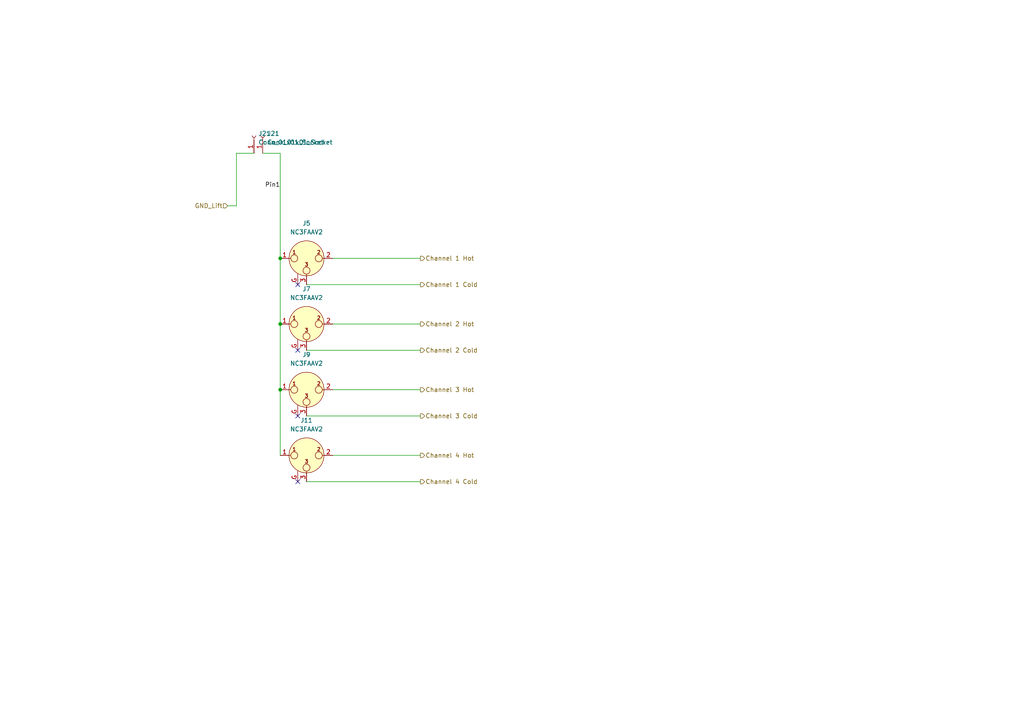
<source format=kicad_sch>
(kicad_sch (version 20230121) (generator eeschema)
  (paper "A4")
  (title_block (title "Essigfabrik 2-Way PA Switcher") (date "2023-11-21") (rev "1") (company "Daniel Machnik Sounddesign und Tontechnik"))
  (lib_symbols
    (symbol "Connector:Conn_01x01_Socket" (pin_names (offset 1.016) hide)
      (property "Reference" "J" (at 0 2.54 0))
      (property "Value" "Conn_01x01_Socket" (at 0 -2.54 0))
      (symbol "Conn_01x01_Socket_1_1"
        (polyline (pts (xy -1.27 0) (xy -0.508 0)) (stroke (width 0.1524)))
        (arc (start 0 0.508) (mid -0.5058 0) (end 0 -0.508) (stroke (width 0.1524)))
        (pin passive line (at -5.08 0 0) (length 3.81) (name "Pin_1") (number "1"))
      )
    )
    (symbol "Connector_Audio:NC3FAAV2" (pin_names hide)
      (property "Reference" "J" (at 0 8.89 0))
      (property "Value" "NC3FAAV2" (at 0 6.35 0))
      (symbol "NC3FAAV2_0_1"
        (circle (center -3.556 0) (radius 1.016))
        (circle (center 0 -3.556) (radius 1.016))
        (polyline (pts (xy -5.08 0) (xy -4.572 0)))
        (polyline (pts (xy -2.54 -5.08) (xy -2.54 -4.445)))
        (polyline (pts (xy 0 -5.08) (xy 0 -4.572)))
        (polyline (pts (xy 5.08 0) (xy 4.572 0)))
        (circle (center 0 0) (radius 5.08) (fill (type background)))
        (circle (center 3.556 0) (radius 1.016))
        (text "1" (at -3.556 1.778 0) (effects (font (size 1.016 1.016) bold)))
        (text "2" (at 3.556 1.778 0) (effects (font (size 1.016 1.016) bold)))
        (text "3" (at 0 -1.778 0) (effects (font (size 1.016 1.016) bold)))
        (pin passive line (at -7.62 0 0) (length 2.54) (name "~") (number "1"))
        (pin passive line (at 7.62 0 180) (length 2.54) (name "~") (number "2"))
        (pin passive line (at 0 -7.62 90) (length 2.54) (name "~") (number "3"))
      )
      (symbol "NC3FAAV2_1_1"
        (pin passive line (at -2.54 -7.62 90) (length 2.54) (name "~") (number "G"))
      )
    )
  )
  (junction (at 81.28 93.98))
  (junction (at 81.28 74.93))
  (junction (at 81.28 113.03))
  (no_connect (at 86.36 139.7))
  (no_connect (at 86.36 82.55))
  (no_connect (at 86.36 101.6))
  (no_connect (at 86.36 120.65))
  (wire (pts (xy 81.28 113.03) (xy 81.28 132.08)))
  (wire (pts (xy 81.28 44.45) (xy 81.28 74.93)))
  (wire (pts (xy 88.9 101.6) (xy 121.92 101.6)))
  (wire (pts (xy 88.9 82.55) (xy 121.92 82.55)))
  (wire (pts (xy 96.52 74.93) (xy 121.92 74.93)))
  (wire (pts (xy 88.9 120.65) (xy 121.92 120.65)))
  (wire (pts (xy 81.28 74.93) (xy 81.28 93.98)))
  (wire (pts (xy 96.52 113.03) (xy 121.92 113.03)))
  (wire (pts (xy 81.28 93.98) (xy 81.28 113.03)))
  (wire (pts (xy 68.58 44.45) (xy 73.66 44.45)))
  (wire (pts (xy 88.9 139.7) (xy 121.92 139.7)))
  (wire (pts (xy 76.2 44.45) (xy 81.28 44.45)))
  (wire (pts (xy 96.52 93.98) (xy 121.92 93.98)))
  (wire (pts (xy 96.52 132.08) (xy 121.92 132.08)))
  (wire (pts (xy 68.58 59.69) (xy 68.58 44.45)))
  (wire (pts (xy 68.58 59.69) (xy 66.04 59.69)))
  (label "Pin1" (at 81.28 54.61 180))
  (hierarchical_label "Channel 1 Cold" (shape output) (at 121.92 82.55 0))
  (hierarchical_label "GND_Lift" (shape input) (at 66.04 59.69 180))
  (hierarchical_label "Channel 1 Hot" (shape output) (at 121.92 74.93 0))
  (hierarchical_label "Channel 2 Hot" (shape output) (at 121.92 93.98 0))
  (hierarchical_label "Channel 3 Hot" (shape output) (at 121.92 113.03 0))
  (hierarchical_label "Channel 2 Cold" (shape output) (at 121.92 101.6 0))
  (hierarchical_label "Channel 4 Hot" (shape output) (at 121.92 132.08 0))
  (hierarchical_label "Channel 4 Cold" (shape output) (at 121.92 139.7 0))
  (hierarchical_label "Channel 3 Cold" (shape output) (at 121.92 120.65 0))
  (symbol (lib_id "Connector_Audio:NC3FAAV2") (at 88.9 132.08 0) (unit 1)
    (property "Reference" "J11" (at 88.9 121.92 0))
    (property "Value" "NC3FAAV2" (at 88.9 124.46 0))
    (property "Footprint" "Connector_Audio:Jack_XLR_Neutrik_NC3FAAV2_Vertical" (effects hide))
    (property "Datasheet" "https://www.neutrik.com/en/product/nc3faav2" (effects hide))
    (instances (project "EF_matrix" (path "" (reference "J11") (unit 1)) (path "" (reference "J12") (unit 1))))
  )
  (symbol (lib_id "Connector_Audio:NC3FAAV2") (at 88.9 113.03 0) (unit 1)
    (property "Reference" "J9" (at 88.9 102.87 0))
    (property "Value" "NC3FAAV2" (at 88.9 105.41 0))
    (property "Footprint" "Connector_Audio:Jack_XLR_Neutrik_NC3FAAV2_Vertical" (effects hide))
    (property "Datasheet" "https://www.neutrik.com/en/product/nc3faav2" (effects hide))
    (instances (project "EF_matrix" (path "" (reference "J9") (unit 1)) (path "" (reference "J10") (unit 1))))
  )
  (symbol (lib_id "Connector_Audio:NC3FAAV2") (at 88.9 93.98 0) (unit 1)
    (property "Reference" "J7" (at 88.9 83.82 0))
    (property "Value" "NC3FAAV2" (at 88.9 86.36 0))
    (property "Footprint" "Connector_Audio:Jack_XLR_Neutrik_NC3FAAV2_Vertical" (effects hide))
    (property "Datasheet" "https://www.neutrik.com/en/product/nc3faav2" (effects hide))
    (instances (project "EF_matrix" (path "" (reference "J7") (unit 1)) (path "" (reference "J8") (unit 1))))
  )
  (symbol (lib_id "Connector_Audio:NC3FAAV2") (at 88.9 74.93 0) (unit 1)
    (property "Reference" "J5" (at 88.9 64.77 0))
    (property "Value" "NC3FAAV2" (at 88.9 67.31 0))
    (property "Footprint" "Connector_Audio:Jack_XLR_Neutrik_NC3FAAV2_Vertical" (effects hide))
    (property "Datasheet" "https://www.neutrik.com/en/product/nc3faav2" (effects hide))
    (instances (project "EF_matrix" (path "" (reference "J5") (unit 1)) (path "" (reference "J6") (unit 1))))
  )
  (symbol (lib_id "Connector:Conn_01x01_Socket") (at 73.66 39.37 90) (unit 1)
    (property "Reference" "J21" (at 74.93 38.735 90) (effects (justify right)))
    (property "Value" "Conn_01x01_Socket" (at 74.93 41.275 90) (effects (justify right)))
    (property "Footprint" "Connector_Wire:SolderWire-0.75sqmm_1x01_D1.25mm_OD2.3mm" (effects hide))
    (instances (project "EF_matrix" (path "" (reference "J21") (unit 1)) (path "" (reference "J22") (unit 1)) (path "" (reference "J23") (unit 1))))
  )
  (symbol (lib_id "Connector:Conn_01x01_Socket") (at 76.2 39.37 90) (unit 1)
    (property "Reference" "J21" (at 77.47 38.735 90) (effects (justify right)))
    (property "Value" "Conn_01x01_Socket" (at 77.47 41.275 90) (effects (justify right)))
    (property "Footprint" "Connector_Wire:SolderWire-0.75sqmm_1x01_D1.25mm_OD2.3mm" (effects hide))
    (instances (project "EF_matrix" (path "" (reference "J21") (unit 1)) (path "" (reference "J25") (unit 1)) (path "" (reference "J26") (unit 1))))
  )
)
</source>
